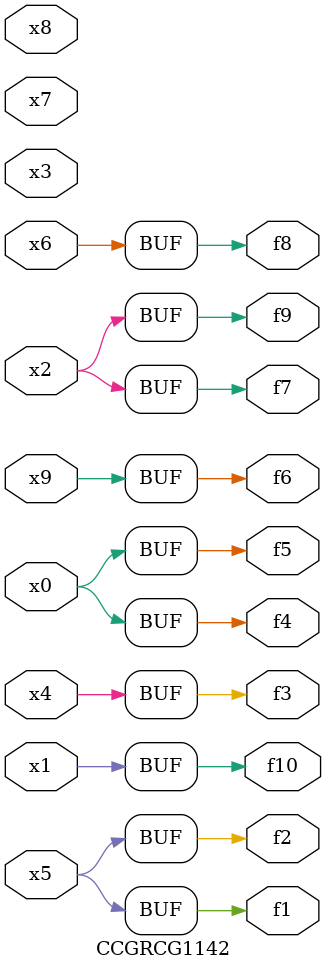
<source format=v>
module CCGRCG1142(
	input x0, x1, x2, x3, x4, x5, x6, x7, x8, x9,
	output f1, f2, f3, f4, f5, f6, f7, f8, f9, f10
);
	assign f1 = x5;
	assign f2 = x5;
	assign f3 = x4;
	assign f4 = x0;
	assign f5 = x0;
	assign f6 = x9;
	assign f7 = x2;
	assign f8 = x6;
	assign f9 = x2;
	assign f10 = x1;
endmodule

</source>
